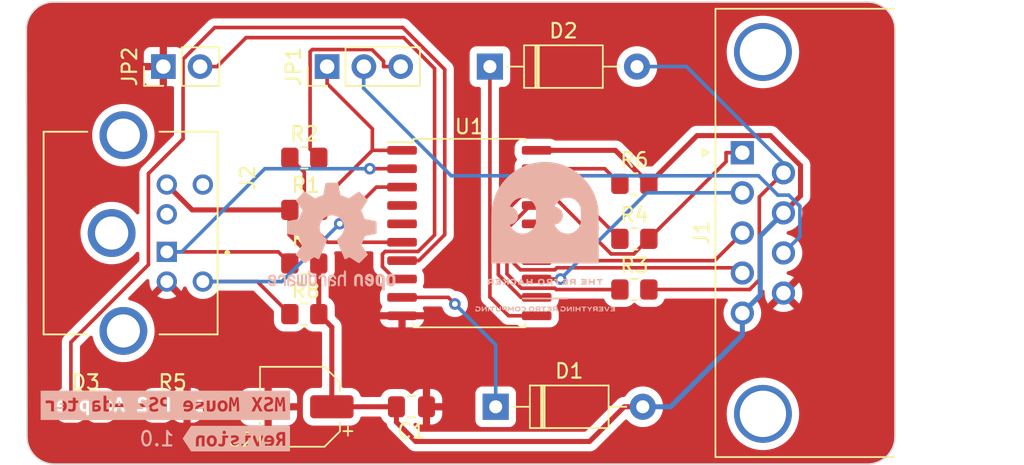
<source format=kicad_pcb>
(kicad_pcb (version 20221018) (generator pcbnew)
  (title_block (title "MSX Mouse PS2 Adapter") (date "2024-01-14") (rev "1.0") (company "Blue Manufatura e Comercio de Eletronicos Ltda") (comment 3 "Created by Cristiano Goncalves") (comment 4 "Based on Mouse Controller for MSX by Caro"))
  (layers (0 "F.Cu" signal) (31 "B.Cu" signal) (34 "B.Paste" user) (35 "F.Paste" user) (36 "B.SilkS" user "B.Silkscreen") (37 "F.SilkS" user "F.Silkscreen") (38 "B.Mask" user) (39 "F.Mask" user) (44 "Edge.Cuts" user))
  (net 0 "")
  (net 1 "GND")
  (net 2 "+5V")
  (net 3 "Net-(D1-K)")
  (net 4 "Net-(D2-K)")
  (net 5 "Net-(D2-A)")
  (net 6 "Net-(D3-K)")
  (net 7 "Net-(D3-A)")
  (net 8 "Net-(U1-PB0)")
  (net 9 "Net-(U1-PB1)")
  (net 10 "Net-(U1-PB2)")
  (net 11 "Net-(U1-PB3)")
  (net 12 "Net-(JP1-C)")
  (net 13 "Net-(U1-PD0)")
  (net 15 "Net-(U1-PD1)")
  (net 17 "Net-(JP1-A)")
  (net 18 "Net-(JP1-B)")
  (net 19 "Net-(JP2-B)")
  (net 20 "Net-(U1-PD2)")
  (net 21 "Net-(U1-PB5)")
  (net 22 "Net-(U1-PB6)")
  (net 23 "Net-(U1-PB7)")
  (footprint "libraries:TE_5749180-1" (layer "F.Cu") (at 120.89 80 -90)
    (fp_text reference "J2" (at -3.8214 -9.38572 90) (layer "F.SilkS") (effects (font (size 1.001134 1.001134))))
    (fp_text value "Mini-DIN-6")
    (pad "1" thru_hole rect (at 1.3 -3.81 270) (size 1.398 1.398) (drill 0.89) (layers "*.Cu" "*.Mask") (net 13 "Net-(U1-PD0)"))
    (pad "2" thru_hole circle (at -1.3 -3.81 270) (size 1.398 1.398) (drill 0.89) (layers "*.Cu" "*.Mask"))
    (pad "3" thru_hole circle (at 3.35 -3.81 270) (size 1.398 1.398) (drill 0.89) (layers "*.Cu" "*.Mask") (net 1 "GND"))
    (pad "4" thru_hole circle (at -3.35 -3.81 270) (size 1.398 1.398) (drill 0.89) (layers "*.Cu" "*.Mask") (net 2 "+5V"))
    (pad "5" thru_hole circle (at 3.35 -6.3 270) (size 1.398 1.398) (drill 0.89) (layers "*.Cu" "*.Mask") (net 15 "Net-(U1-PD1)"))
    (pad "6" thru_hole circle (at -3.35 -6.3 270) (size 1.398 1.398) (drill 0.89) (layers "*.Cu" "*.Mask"))
    (pad "S1" thru_hole circle (at 0 0 270) (size 3.306 3.306) (drill 2.29) (layers "*.Cu" "*.Mask"))
    (pad "S2" thru_hole circle (at -6.76 -0.81 270) (size 3.306 3.306) (drill 2.29) (layers "*.Cu" "*.Mask"))
    (pad "S3" thru_hole circle (at 6.76 -0.81 270) (size 3.306 3.306) (drill 2.29) (layers "*.Cu" "*.Mask"))
  )
  (footprint "Resistor_SMD:R_0805_2012Metric_Pad1.20x1.40mm_HandSolder" (layer "F.Cu") (at 125.1 91.9 180)
    (fp_text reference "R5" (at 0 1.6) (layer "F.SilkS"))
    (fp_text value "2K" hide)
    (pad "1" smd roundrect (at -1 0 180) (size 1.2 1.4) (layers "F.Cu" "F.Paste" "F.Mask") (roundrect_rratio 0.2083333333) (net 1 "GND"))
    (pad "2" smd roundrect (at 1 0 180) (size 1.2 1.4) (layers "F.Cu" "F.Paste" "F.Mask") (roundrect_rratio 0.2083333333) (net 6 "Net-(D3-K)"))
  )
  (footprint "Resistor_SMD:R_0805_2012Metric_Pad1.20x1.40mm_HandSolder" (layer "F.Cu") (at 134.2 85.6 180)
    (fp_text reference "R8" (at -0.1 1.6) (layer "F.SilkS"))
    (fp_text value "4.7K" hide)
    (pad "1" smd roundrect (at -1 0 180) (size 1.2 1.4) (layers "F.Cu" "F.Paste" "F.Mask") (roundrect_rratio 0.2083333333) (net 2 "+5V"))
    (pad "2" smd roundrect (at 1 0 180) (size 1.2 1.4) (layers "F.Cu" "F.Paste" "F.Mask") (roundrect_rratio 0.2083333333) (net 15 "Net-(U1-PD1)"))
  )
  (footprint "Package_SO:SOIC-20W_7.5x12.8mm_P1.27mm" (layer "F.Cu") (at 145.6 80)
    (fp_text reference "U1" (at 0 -7.35) (layer "F.SilkS"))
    (fp_text value "ATtiny2313-20S" hide)
    (pad "1" smd roundrect (at -4.65 -5.715) (size 2.05 0.6) (layers "F.Cu" "F.Paste" "F.Mask") (net 17 "Net-(JP1-A)"))
    (pad "2" smd roundrect (at -4.65 -4.445) (size 2.05 0.6) (layers "F.Cu" "F.Paste" "F.Mask") (net 13 "Net-(U1-PD0)"))
    (pad "3" smd roundrect (at -4.65 -3.175) (size 2.05 0.6) (layers "F.Cu" "F.Paste" "F.Mask") (net 15 "Net-(U1-PD1)"))
    (pad "4" smd roundrect (at -4.65 -1.905) (size 2.05 0.6) (layers "F.Cu" "F.Paste" "F.Mask"))
    (pad "5" smd roundrect (at -4.65 -0.635) (size 2.05 0.6) (layers "F.Cu" "F.Paste" "F.Mask"))
    (pad "6" smd roundrect (at -4.65 0.635) (size 2.05 0.6) (layers "F.Cu" "F.Paste" "F.Mask") (net 20 "Net-(U1-PD2)"))
    (pad "7" smd roundrect (at -4.65 1.905) (size 2.05 0.6) (layers "F.Cu" "F.Paste" "F.Mask") (net 7 "Net-(D3-A)"))
    (pad "8" smd roundrect (at -4.65 3.175) (size 2.05 0.6) (layers "F.Cu" "F.Paste" "F.Mask") (net 19 "Net-(JP2-B)"))
    (pad "9" smd roundrect (at -4.65 4.445) (size 2.05 0.6) (layers "F.Cu" "F.Paste" "F.Mask") (net 3 "Net-(D1-K)"))
    (pad "10" smd roundrect (at -4.65 5.715) (size 2.05 0.6) (layers "F.Cu" "F.Paste" "F.Mask") (net 1 "GND"))
    (pad "11" smd roundrect (at 4.65 5.715) (size 2.05 0.6) (layers "F.Cu" "F.Paste" "F.Mask") (net 4 "Net-(D2-K)"))
    (pad "12" smd roundrect (at 4.65 4.445) (size 2.05 0.6) (layers "F.Cu" "F.Paste" "F.Mask") (net 8 "Net-(U1-PB0)"))
    (pad "13" smd roundrect (at 4.65 3.175) (size 2.05 0.6) (layers "F.Cu" "F.Paste" "F.Mask") (net 9 "Net-(U1-PB1)"))
    (pad "14" smd roundrect (at 4.65 1.905) (size 2.05 0.6) (layers "F.Cu" "F.Paste" "F.Mask") (net 10 "Net-(U1-PB2)"))
    (pad "15" smd roundrect (at 4.65 0.635) (size 2.05 0.6) (layers "F.Cu" "F.Paste" "F.Mask") (net 11 "Net-(U1-PB3)"))
    (pad "16" smd roundrect (at 4.65 -0.635) (size 2.05 0.6) (layers "F.Cu" "F.Paste" "F.Mask"))
    (pad "17" smd roundrect (at 4.65 -1.905) (size 2.05 0.6) (layers "F.Cu" "F.Paste" "F.Mask") (net 21 "Net-(U1-PB5)"))
    (pad "18" smd roundrect (at 4.65 -3.175) (size 2.05 0.6) (layers "F.Cu" "F.Paste" "F.Mask") (net 22 "Net-(U1-PB6)"))
    (pad "19" smd roundrect (at 4.65 -4.445) (size 2.05 0.6) (layers "F.Cu" "F.Paste" "F.Mask") (net 23 "Net-(U1-PB7)"))
    (pad "20" smd roundrect (at 4.65 -5.715) (size 2.05 0.6) (layers "F.Cu" "F.Paste" "F.Mask") (net 2 "+5V"))
  )
  (footprint "Resistor_SMD:R_0805_2012Metric_Pad1.20x1.40mm_HandSolder" (layer "F.Cu") (at 134.2 78.4 180)
    (fp_text reference "R1" (at -0.1 1.7) (layer "F.SilkS"))
    (fp_text value "10K" hide)
    (pad "1" smd roundrect (at -1 0 180) (size 1.2 1.4) (layers "F.Cu" "F.Paste" "F.Mask") (roundrect_rratio 0.2083333333) (net 17 "Net-(JP1-A)"))
    (pad "2" smd roundrect (at 1 0 180) (size 1.2 1.4) (layers "F.Cu" "F.Paste" "F.Mask") (roundrect_rratio 0.2083333333) (net 2 "+5V"))
  )
  (footprint "Capacitor_SMD:C_0805_2012Metric_Pad1.18x1.45mm_HandSolder" (layer "F.Cu") (at 141.6 92 180)
    (fp_text reference "C1" (at 0 -1.68) (layer "F.SilkS"))
    (fp_text value "0.1uF" hide)
    (pad "1" smd roundrect (at -1.0375 0 180) (size 1.175 1.45) (layers "F.Cu" "F.Paste" "F.Mask") (roundrect_rratio 0.2127659574) (net 1 "GND"))
    (pad "2" smd roundrect (at 1.0375 0 180) (size 1.175 1.45) (layers "F.Cu" "F.Paste" "F.Mask") (roundrect_rratio 0.2127659574) (net 2 "+5V"))
  )
  (footprint "Connector_PinHeader_2.54mm:PinHeader_1x02_P2.54mm_Vertical" (layer "F.Cu") (at 124.46 68.5 90)
    (fp_text reference "JP2" (at 0 -2.33 90) (layer "F.SilkS"))
    (fp_text value "Resolution" hide)
    (pad "1" thru_hole rect (at 0 0 90) (size 1.7 1.7) (drill 1) (layers "*.Cu" "*.Mask") (net 1 "GND"))
    (pad "2" thru_hole oval (at 0 2.54 90) (size 1.7 1.7) (drill 1) (layers "*.Cu" "*.Mask") (net 19 "Net-(JP2-B)"))
  )
  (footprint "Resistor_SMD:R_0805_2012Metric_Pad1.20x1.40mm_HandSolder" (layer "F.Cu") (at 157 83.9)
    (fp_text reference "R3" (at 0 -1.65) (layer "F.SilkS"))
    (fp_text value "220" hide)
    (pad "1" smd roundrect (at -1 0) (size 1.2 1.4) (layers "F.Cu" "F.Paste" "F.Mask") (roundrect_rratio 0.2083333333) (net 21 "Net-(U1-PB5)"))
    (pad "2" smd roundrect (at 1 0) (size 1.2 1.4) (layers "F.Cu" "F.Paste" "F.Mask") (roundrect_rratio 0.2083333333) (net 5 "Net-(D2-A)"))
  )
  (footprint "Resistor_SMD:R_0805_2012Metric_Pad1.20x1.40mm_HandSolder" (layer "F.Cu") (at 134.2 74.8)
    (fp_text reference "R2" (at 0 -1.65) (layer "F.SilkS"))
    (fp_text value "220" hide)
    (pad "1" smd roundrect (at -1 0) (size 1.2 1.4) (layers "F.Cu" "F.Paste" "F.Mask") (roundrect_rratio 0.2083333333) (net 20 "Net-(U1-PD2)"))
    (pad "2" smd roundrect (at 1 0) (size 1.2 1.4) (layers "F.Cu" "F.Paste" "F.Mask") (roundrect_rratio 0.2083333333) (net 18 "Net-(JP1-B)"))
  )
  (footprint "Diode_THT:D_A-405_P10.16mm_Horizontal" (layer "F.Cu") (at 147.02 68.5)
    (fp_text reference "D2" (at 5.08 -2.47) (layer "F.SilkS"))
    (fp_text value "1N4148" hide)
    (pad "1" thru_hole rect (at 0 0) (size 1.8 1.8) (drill 0.9) (layers "*.Cu" "*.Mask") (net 4 "Net-(D2-K)"))
    (pad "2" thru_hole oval (at 10.16 0) (size 1.8 1.8) (drill 0.9) (layers "*.Cu" "*.Mask") (net 5 "Net-(D2-A)"))
  )
  (footprint "LED_SMD:LED_0805_2012Metric_Pad1.15x1.40mm_HandSolder" (layer "F.Cu") (at 119.1 91.9 180)
    (fp_text reference "D3" (at 0 1.6) (layer "F.SilkS"))
    (fp_text value "LED" hide)
    (pad "1" smd roundrect (at -1.025 0 180) (size 1.15 1.4) (layers "F.Cu" "F.Paste" "F.Mask") (roundrect_rratio 0.2173913043) (net 6 "Net-(D3-K)"))
    (pad "2" smd roundrect (at 1.025 0 180) (size 1.15 1.4) (layers "F.Cu" "F.Paste" "F.Mask") (roundrect_rratio 0.2173913043) (net 7 "Net-(D3-A)"))
  )
  (footprint "Connector_Dsub:DSUB-9_Female_Horizontal_P2.77x2.84mm_EdgePinOffset7.70mm_Housed_MountingHolesOffset9.12mm" (layer "F.Cu") (at 164.46 74.45 90)
    (fp_text reference "J1" (at -5.54 -2.8 90) (layer "F.SilkS"))
    (fp_text value "DE9_Plug")
    (pad "0" thru_hole circle (at -18.04 1.42 90) (size 4 4) (drill 3.2) (layers "*.Cu" "*.Mask"))
    (pad "0" thru_hole circle (at 6.96 1.42 90) (size 4 4) (drill 3.2) (layers "*.Cu" "*.Mask"))
    (pad "1" thru_hole rect (at 0 0 90) (size 1.6 1.6) (drill 1) (layers "*.Cu" "*.Mask") (net 8 "Net-(U1-PB0)"))
    (pad "2" thru_hole circle (at -2.77 0 90) (size 1.6 1.6) (drill 1) (layers "*.Cu" "*.Mask") (net 9 "Net-(U1-PB1)"))
    (pad "3" thru_hole circle (at -5.54 0 90) (size 1.6 1.6) (drill 1) (layers "*.Cu" "*.Mask") (net 10 "Net-(U1-PB2)"))
    (pad "4" thru_hole circle (at -8.31 0 90) (size 1.6 1.6) (drill 1) (layers "*.Cu" "*.Mask") (net 11 "Net-(U1-PB3)"))
    (pad "5" thru_hole circle (at -11.08 0 90) (size 1.6 1.6) (drill 1) (layers "*.Cu" "*.Mask") (net 2 "+5V"))
    (pad "6" thru_hole circle (at -1.385 2.84 90) (size 1.6 1.6) (drill 1) (layers "*.Cu" "*.Mask") (net 5 "Net-(D2-A)"))
    (pad "7" thru_hole circle (at -4.155 2.84 90) (size 1.6 1.6) (drill 1) (layers "*.Cu" "*.Mask") (net 2 "+5V"))
    (pad "8" thru_hole circle (at -6.925 2.84 90) (size 1.6 1.6) (drill 1) (layers "*.Cu" "*.Mask") (net 12 "Net-(JP1-C)"))
    (pad "9" thru_hole circle (at -9.695 2.84 90) (size 1.6 1.6) (drill 1) (layers "*.Cu" "*.Mask") (net 1 "GND"))
  )
  (footprint "Capacitor_SMD:CP_Elec_5x4.5" (layer "F.Cu") (at 133.9 92 180)
    (fp_text reference "C2" (at 4.1 -2.3) (layer "F.SilkS"))
    (fp_text value "10uF" hide)
    (pad "1" smd roundrect (at -2.2 0 180) (size 3 1.6) (layers "F.Cu" "F.Paste" "F.Mask") (roundrect_rratio 0.15625) (net 2 "+5V"))
    (pad "2" smd roundrect (at 2.2 0 180) (size 3 1.6) (layers "F.Cu" "F.Paste" "F.Mask") (roundrect_rratio 0.15625) (net 1 "GND"))
  )
  (footprint "Resistor_SMD:R_0805_2012Metric_Pad1.20x1.40mm_HandSolder" (layer "F.Cu") (at 157 76.6)
    (fp_text reference "R6" (at 0 -1.65) (layer "F.SilkS"))
    (fp_text value "220" hide)
    (pad "1" smd roundrect (at -1 0) (size 1.2 1.4) (layers "F.Cu" "F.Paste" "F.Mask") (roundrect_rratio 0.2083333333) (net 23 "Net-(U1-PB7)"))
    (pad "2" smd roundrect (at 1 0) (size 1.2 1.4) (layers "F.Cu" "F.Paste" "F.Mask") (roundrect_rratio 0.2083333333) (net 2 "+5V"))
  )
  (footprint "Resistor_SMD:R_0805_2012Metric_Pad1.20x1.40mm_HandSolder" (layer "F.Cu") (at 134.2 82.1 180)
    (fp_text reference "R7" (at -0.1 1.7) (layer "F.SilkS"))
    (fp_text value "4.7K" hide)
    (pad "1" smd roundrect (at -1 0 180) (size 1.2 1.4) (layers "F.Cu" "F.Paste" "F.Mask") (roundrect_rratio 0.2083333333) (net 2 "+5V"))
    (pad "2" smd roundrect (at 1 0 180) (size 1.2 1.4) (layers "F.Cu" "F.Paste" "F.Mask") (roundrect_rratio 0.2083333333) (net 13 "Net-(U1-PD0)"))
  )
  (footprint "Resistor_SMD:R_0805_2012Metric_Pad1.20x1.40mm_HandSolder" (layer "F.Cu") (at 157 80.4)
    (fp_text reference "R4" (at 0 -1.65) (layer "F.SilkS"))
    (fp_text value "220" hide)
    (pad "1" smd roundrect (at -1 0) (size 1.2 1.4) (layers "F.Cu" "F.Paste" "F.Mask") (roundrect_rratio 0.2083333333) (net 22 "Net-(U1-PB6)"))
    (pad "2" smd roundrect (at 1 0) (size 1.2 1.4) (layers "F.Cu" "F.Paste" "F.Mask") (roundrect_rratio 0.2083333333) (net 8 "Net-(U1-PB0)"))
  )
  (footprint "Diode_THT:D_A-405_P10.16mm_Horizontal" (layer "F.Cu") (at 147.42 92)
    (fp_text reference "D1" (at 5.08 -2.47) (layer "F.SilkS"))
    (fp_text value "1N4148" hide)
    (pad "1" thru_hole rect (at 0 0) (size 1.8 1.8) (drill 0.9) (layers "*.Cu" "*.Mask") (net 3 "Net-(D1-K)"))
    (pad "2" thru_hole oval (at 10.16 0) (size 1.8 1.8) (drill 0.9) (layers "*.Cu" "*.Mask") (net 2 "+5V"))
  )
  (footprint "Connector_PinHeader_2.54mm:PinHeader_1x03_P2.54mm_Vertical" (layer "F.Cu") (at 135.775 68.5 90)
    (fp_text reference "JP1" (at 0 -2.33 90) (layer "F.SilkS"))
    (fp_text value "Prog/Work" hide)
    (pad "1" thru_hole rect (at 0 0 90) (size 1.7 1.7) (drill 1) (layers "*.Cu" "*.Mask") (net 17 "Net-(JP1-A)"))
    (pad "2" thru_hole oval (at 0 2.54 90) (size 1.7 1.7) (drill 1) (layers "*.Cu" "*.Mask") (net 12 "Net-(JP1-C)"))
    (pad "3" thru_hole oval (at 0 5.08 90) (size 1.7 1.7) (drill 1) (layers "*.Cu" "*.Mask") (net 18 "Net-(JP1-B)"))
  )
  (footprint "kibuzzard-65A48E58" (layer "B.Cu") (at 124.6 91.9 180)
    (fp_text reference "kibuzzard-65A48E58" hide)
    (fp_text value "G***" hide)
  )
  (footprint "kibuzzard-65A48E6D" (layer "B.Cu") (at 129.5 94.2 180)
    (fp_text reference "kibuzzard-65A48E6D" hide)
    (fp_text value "G***" hide)
  )
  (footprint "libraries:TRH" (layer "B.Cu") (at 150.8 80.2 180)
    (fp_text reference "G***" hide)
    (fp_text value "LOGO" hide)
  )
  (footprint "Symbol:OSHW-Logo2_9.8x8mm_SilkScreen" (layer "B.Cu") (at 136.1 80.243403 180)
    (fp_text reference "REF**" hide)
    (fp_text value "OSHW-Logo2_9.8x8mm_SilkScreen" hide)
  )
  (gr_arc (start 175 94.056497) (mid 174.443503 95.4) (end 173.1 95.956497) (stroke (width 0.1)) (layer "Edge.Cuts"))
  (gr_line (start 116.9 64.043503) (end 173.1 64.043503) (stroke (width 0.1)) (layer "Edge.Cuts"))
  (gr_arc (start 116.943503 95.956497) (mid 115.6 95.4) (end 115.043503 94.056497) (stroke (width 0.1)) (layer "Edge.Cuts"))
  (gr_line (start 115.043503 94.056497) (end 115 65.943503) (stroke (width 0.1)) (layer "Edge.Cuts"))
  (gr_line (start 173.1 95.956497) (end 116.943503 95.956497) (stroke (width 0.1)) (layer "Edge.Cuts"))
  (gr_line (start 175 65.943503) (end 175 94.056497) (stroke (width 0.1)) (layer "Edge.Cuts"))
  (gr_arc (start 173.1 64.043503) (mid 174.443503 64.6) (end 175 65.943503) (stroke (width 0.1)) (layer "Edge.Cuts"))
  (gr_arc (start 115 65.943503) (mid 115.556497 64.6) (end 116.9 64.043503) (stroke (width 0.1)) (layer "Edge.Cuts"))
  (gr_text "1.0" (at 125.3 94.8) (layer "B.SilkS") (effects (font (size 1 1)) (justify left bottom mirror)))
  (segment (start 153.903 94.4) (end 156.303 92) (width 0.35) (layer "F.Cu") (net 2))
  (segment (start 141.9 94.4) (end 153.903 94.4) (width 0.35) (layer "F.Cu") (net 2))
  (segment (start 161.332 73.2677) (end 158 76.6) (width 0.35) (layer "F.Cu") (net 2))
  (segment (start 140.5623 93.0623) (end 141.9 94.4) (width 0.35) (layer "F.Cu") (net 2))
  (segment (start 126.45 78.4) (end 133.2 78.4) (width 0.35) (layer "F.Cu") (net 2))
  (segment (start 167.3 78.605) (end 168.478 77.4266) (width 0.35) (layer "F.Cu") (net 2))
  (segment (start 158 76.6) (end 155.685 74.285) (width 0.35) (layer "F.Cu") (net 2))
  (segment (start 136.1 92) (end 140.562 92) (width 0.35) (layer "F.Cu") (net 2))
  (segment (start 156.303 92) (end 157.58 92) (width 0.35) (layer "F.Cu") (net 2))
  (segment (start 168.478 77.4266) (end 168.478 75.3408) (width 0.35) (layer "F.Cu") (net 2))
  (segment (start 135.2 82.1) (end 133.2 80.1) (width 0.35) (layer "F.Cu") (net 2))
  (segment (start 135.2 85.6) (end 135.2 82.1) (width 0.35) (layer "F.Cu") (net 2))
  (segment (start 124.7 76.65) (end 126.45 78.4) (width 0.35) (layer "F.Cu") (net 2))
  (segment (start 155.685 74.285) (end 150.25 74.285) (width 0.35) (layer "F.Cu") (net 2))
  (segment (start 136.1 92) (end 136.1 86.5) (width 0.35) (layer "F.Cu") (net 2))
  (segment (start 136.1 86.5) (end 135.2 85.6) (width 0.35) (layer "F.Cu") (net 2))
  (segment (start 133.2 80.1) (end 133.2 78.4) (width 0.35) (layer "F.Cu") (net 2))
  (segment (start 166.405 73.2677) (end 161.332 73.2677) (width 0.35) (layer "F.Cu") (net 2))
  (segment (start 140.5623 92.0002) (end 140.5623 93.0623) (width 0.35) (layer "F.Cu") (net 2))
  (segment (start 140.5625 92) (end 140.5623 92.0002) (width 0.35) (layer "F.Cu") (net 2))
  (segment (start 140.562 92) (end 140.5623 92.0002) (width 0.35) (layer "F.Cu") (net 2))
  (segment (start 168.478 75.3408) (end 166.405 73.2677) (width 0.35) (layer "F.Cu") (net 2))
  (segment (start 165.696 84.2935) (end 165.696 80.2085) (width 0.35) (layer "B.Cu") (net 2))
  (segment (start 164.46 85.53) (end 165.696 84.2935) (width 0.35) (layer "B.Cu") (net 2))
  (segment (start 164.46 87.04) (end 164.46 85.53) (width 0.35) (layer "B.Cu") (net 2))
  (segment (start 159.5 92) (end 164.46 87.04) (width 0.35) (layer "B.Cu") (net 2))
  (segment (start 165.696 80.2085) (end 167.3 78.605) (width 0.35) (layer "B.Cu") (net 2))
  (segment (start 157.58 92) (end 159.5 92) (width 0.35) (layer "B.Cu") (net 2))
  (segment (start 140.95 84.445) (end 144.145 84.445) (width 0.25) (layer "F.Cu") (net 3))
  (segment (start 144.145 84.445) (end 144.6 84.9) (width 0.25) (layer "F.Cu") (net 3))
  (via (at 144.6 84.9) (size 0.8) (drill 0.4) (layers "F.Cu" "B.Cu") (net 3))
  (segment (start 147.42 87.72) (end 147.42 92) (width 0.25) (layer "B.Cu") (net 3))
  (segment (start 144.6 84.9) (end 147.42 87.72) (width 0.25) (layer "B.Cu") (net 3))
  (segment (start 147.02 68.5) (end 147.02 84.42) (width 0.25) (layer "F.Cu") (net 4))
  (segment (start 147.02 84.42) (end 148.315 85.715) (width 0.25) (layer "F.Cu") (net 4))
  (segment (start 148.315 85.715) (end 150.25 85.715) (width 0.25) (layer "F.Cu") (net 4))
  (segment (start 165.63 83.2315) (end 164.962 83.9) (width 0.25) (layer "F.Cu") (net 5))
  (segment (start 164.962 83.9) (end 158 83.9) (width 0.25) (layer "F.Cu") (net 5))
  (segment (start 167.3 75.835) (end 165.63 77.5045) (width 0.25) (layer "F.Cu") (net 5))
  (segment (start 165.63 77.5045) (end 165.63 83.2315) (width 0.25) (layer "F.Cu") (net 5))
  (segment (start 167.3 75.1973) (end 167.3 75.835) (width 0.25) (layer "B.Cu") (net 5))
  (segment (start 160.603 68.5) (end 167.3 75.1973) (width 0.25) (layer "B.Cu") (net 5))
  (segment (start 157.18 68.5) (end 160.603 68.5) (width 0.25) (layer "B.Cu") (net 5))
  (segment (start 120.125 91.9) (end 124.1 91.9) (width 0.25) (layer "F.Cu") (net 6))
  (segment (start 123.431 82.1868) (end 123.431 75.889) (width 0.25) (layer "F.Cu") (net 7))
  (segment (start 142.107 81.905) (end 140.95 81.905) (width 0.25) (layer "F.Cu") (net 7))
  (segment (start 123.431 75.889) (end 125.823 73.4975) (width 0.25) (layer "F.Cu") (net 7))
  (segment (start 118.075 91.9) (end 118.075 87.5431) (width 0.25) (layer "F.Cu") (net 7))
  (segment (start 128.0104 65.8) (end 141 65.8) (width 0.25) (layer "F.Cu") (net 7))
  (segment (start 125.823 67.9874) (end 128.0104 65.8) (width 0.25) (layer "F.Cu") (net 7))
  (segment (start 143.9 80.112) (end 142.107 81.905) (width 0.25) (layer "F.Cu") (net 7))
  (segment (start 141 65.8) (end 143.9 68.7) (width 0.25) (layer "F.Cu") (net 7))
  (segment (start 118.075 87.5431) (end 123.431 82.1868) (width 0.25) (layer "F.Cu") (net 7))
  (segment (start 125.823 73.4975) (end 125.823 67.9874) (width 0.25) (layer "F.Cu") (net 7))
  (segment (start 143.9 68.7) (end 143.9 80.112) (width 0.25) (layer "F.Cu") (net 7))
  (segment (start 164.46 74.45) (end 163.333 74.45) (width 0.25) (layer "F.Cu") (net 8))
  (segment (start 150.25 84.445) (end 149.172 84.445) (width 0.25) (layer "F.Cu") (net 8))
  (segment (start 147.6 82.873) (end 147.6 79.024) (width 0.25) (layer "F.Cu") (net 8))
  (segment (start 163.333 74.45) (end 163.333 75.0669) (width 0.25) (layer "F.Cu") (net 8))
  (segment (start 151.411 77.46) (end 155.391 81.4405) (width 0.25) (layer "F.Cu") (net 8))
  (segment (start 149.172 84.445) (end 147.6 82.873) (width 0.25) (layer "F.Cu") (net 8))
  (segment (start 163.333 75.0669) (end 158 80.4) (width 0.25) (layer "F.Cu") (net 8))
  (segment (start 156.96 81.4405) (end 158 80.4) (width 0.25) (layer "F.Cu") (net 8))
  (segment (start 149.164 77.46) (end 151.411 77.46) (width 0.25) (layer "F.Cu") (net 8))
  (segment (start 155.391 81.4405) (end 156.96 81.4405) (width 0.25) (layer "F.Cu") (net 8))
  (segment (start 147.6 79.024) (end 149.164 77.46) (width 0.25) (layer "F.Cu") (net 8))
  (segment (start 150.25 83.175) (end 151.9 83.175) (width 0.25) (layer "F.Cu") (net 9))
  (via (at 151.9 83.175) (size 0.8) (drill 0.4) (layers "F.Cu" "B.Cu") (net 9))
  (segment (start 164.46 77.22) (end 157.855 77.22) (width 0.25) (layer "B.Cu") (net 9))
  (segment (start 157.855 77.22) (end 151.9 83.175) (width 0.25) (layer "B.Cu") (net 9))
  (segment (start 162.545 81.905) (end 150.25 81.905) (width 0.25) (layer "F.Cu") (net 10))
  (segment (start 164.46 79.99) (end 162.545 81.905) (width 0.25) (layer "F.Cu") (net 10))
  (segment (start 148.7 82.109) (end 148.7 81.1) (width 0.25) (layer "F.Cu") (net 11))
  (segment (start 149.165 80.635) (end 150.25 80.635) (width 0.25) (layer "F.Cu") (net 11))
  (segment (start 151.647 82.4) (end 151.507 82.54) (width 0.25) (layer "F.Cu") (net 11))
  (segment (start 149.131 82.54) (end 148.7 82.109) (width 0.25) (layer "F.Cu") (net 11))
  (segment (start 164.1 82.4) (end 151.647 82.4) (width 0.25) (layer "F.Cu") (net 11))
  (segment (start 164.46 82.76) (end 164.1 82.4) (width 0.25) (layer "F.Cu") (net 11))
  (segment (start 151.507 82.54) (end 149.131 82.54) (width 0.25) (layer "F.Cu") (net 11))
  (segment (start 148.7 81.1) (end 149.165 80.635) (width 0.25) (layer "F.Cu") (net 11))
  (segment (start 138.3 70) (end 144.3423 76.0423) (width 0.25) (layer "B.Cu") (net 12))
  (segment (start 168.434 80.2413) (end 167.3 81.375) (width 0.25) (layer "B.Cu") (net 12))
  (segment (start 165.578 76.0423) (end 166.915 77.3793) (width 0.25) (layer "B.Cu") (net 12))
  (segment (start 144.3423 76.0423) (end 165.578 76.0423) (width 0.25) (layer "B.Cu") (net 12))
  (segment (start 166.915 77.3793) (end 167.668 77.3793) (width 0.25) (layer "B.Cu") (net 12))
  (segment (start 138.315 68.5) (end 138.3 68.515) (width 0.25) (layer "B.Cu") (net 12))
  (segment (start 168.434 78.145) (end 168.434 80.2413) (width 0.25) (layer "B.Cu") (net 12))
  (segment (start 167.668 77.3793) (end 168.434 78.145) (width 0.25) (layer "B.Cu") (net 12))
  (segment (start 138.3 68.515) (end 138.3 70) (width 0.25) (layer "B.Cu") (net 12))
  (segment (start 124.7 81.3) (end 132.4 81.3) (width 0.25) (layer "F.Cu") (net 13))
  (segment (start 138.725 75.555) (end 140.95 75.555) (width 0.25) (layer "F.Cu") (net 13))
  (segment (start 132.4 81.3) (end 133.2 82.1) (width 0.25) (layer "F.Cu") (net 13))
  (via (at 138.725 75.555) (size 0.8) (drill 0.4) (layers "F.Cu" "B.Cu") (net 13))
  (segment (start 125.726 81.3) (end 131.471 75.555) (width 0.25) (layer "B.Cu") (net 13))
  (segment (start 124.7 81.3) (end 125.726 81.3) (width 0.25) (layer "B.Cu") (net 13))
  (segment (start 131.471 75.555) (end 138.725 75.555) (width 0.25) (layer "B.Cu") (net 13))
  (segment (start 139.176 76.825) (end 140.95 76.825) (width 0.25) (layer "F.Cu") (net 15))
  (segment (start 136.646 79.3551) (end 139.176 76.825) (width 0.25) (layer "F.Cu") (net 15))
  (segment (start 127.19 83.35) (end 130.95 83.35) (width 0.25) (layer "F.Cu") (net 15))
  (segment (start 130.95 83.35) (end 133.2 85.6) (width 0.25) (layer "F.Cu") (net 15))
  (via (at 136.646 79.3551) (size 0.8) (drill 0.4) (layers "F.Cu" "B.Cu") (net 15))
  (segment (start 132.651 83.35) (end 136.646 79.3551) (width 0.25) (layer "B.Cu") (net 15))
  (segment (start 127.19 83.35) (end 132.651 83.35) (width 0.25) (layer "B.Cu") (net 15))
  (segment (start 140.95 74.285) (end 138.899 74.285) (width 0.25) (layer "F.Cu") (net 17))
  (segment (start 138.899 74.285) (end 135.2 77.9838) (width 0.25) (layer "F.Cu") (net 17))
  (segment (start 138.899 72.8007) (end 135.775 69.6769) (width 0.25) (layer "F.Cu") (net 17))
  (segment (start 135.2 77.9838) (end 135.2 78.4) (width 0.25) (layer "F.Cu") (net 17))
  (segment (start 138.899 74.285) (end 138.899 72.8007) (width 0.25) (layer "F.Cu") (net 17))
  (segment (start 135.775 69.6769) (end 135.775 68.5) (width 0.25) (layer "F.Cu") (net 17))
  (segment (start 139.678 68.1321) (end 138.869 67.3231) (width 0.25) (layer "F.Cu") (net 18))
  (segment (start 134.598 74.1981) (end 135.2 74.8) (width 0.25) (layer "F.Cu") (net 18))
  (segment (start 139.678 68.5) (end 139.678 68.1321) (width 0.25) (layer "F.Cu") (net 18))
  (segment (start 134.748 67.3231) (end 134.598 67.4728) (width 0.25) (layer "F.Cu") (net 18))
  (segment (start 140.855 68.5) (end 139.678 68.5) (width 0.25) (layer "F.Cu") (net 18))
  (segment (start 138.869 67.3231) (end 134.748 67.3231) (width 0.25) (layer "F.Cu") (net 18))
  (segment (start 134.598 67.4728) (end 134.598 74.1981) (width 0.25) (layer "F.Cu") (net 18))
  (segment (start 143.2 80.135) (end 142.065 81.27) (width 0.25) (layer "F.Cu") (net 19))
  (segment (start 128.177 68.5) (end 130.177 66.5) (width 0.25) (layer "F.Cu") (net 19))
  (segment (start 140.451 83.175) (end 140.95 83.175) (width 0.25) (layer "F.Cu") (net 19))
  (segment (start 130.177 66.5) (end 141.063604 66.5) (width 0.25) (layer "F.Cu") (net 19))
  (segment (start 141.063604 66.5) (end 143.2 68.636396) (width 0.25) (layer "F.Cu") (net 19))
  (segment (start 143.2 68.636396) (end 143.2 80.135) (width 0.25) (layer "F.Cu") (net 19))
  (segment (start 142.065 81.27) (end 139.788 81.27) (width 0.25) (layer "F.Cu") (net 19))
  (segment (start 139.595 81.4634) (end 139.595 82.3187) (width 0.25) (layer "F.Cu") (net 19))
  (segment (start 139.788 81.27) (end 139.595 81.4634) (width 0.25) (layer "F.Cu") (net 19))
  (segment (start 127 68.5) (end 128.177 68.5) (width 0.25) (layer "F.Cu") (net 19))
  (segment (start 139.595 82.3187) (end 140.451 83.175) (width 0.25) (layer "F.Cu") (net 19))
  (segment (start 134.2 75.8) (end 134.2 79.0244) (width 0.25) (layer "F.Cu") (net 20))
  (segment (start 134.2 79.0244) (end 135.811 80.635) (width 0.25) (layer "F.Cu") (net 20))
  (segment (start 135.811 80.635) (end 140.95 80.635) (width 0.25) (layer "F.Cu") (net 20))
  (segment (start 133.2 74.8) (end 134.2 75.8) (width 0.25) (layer "F.Cu") (net 20))
  (segment (start 151.599 83.9019) (end 155.998 83.9019) (width 0.25) (layer "F.Cu") (net 21))
  (segment (start 155.998 83.9019) (end 156 83.9) (width 0.25) (layer "F.Cu") (net 21))
  (segment (start 149.185 83.81) (end 151.507 83.81) (width 0.25) (layer "F.Cu") (net 21))
  (segment (start 148.2 82.825) (end 149.185 83.81) (width 0.25) (layer "F.Cu") (net 21))
  (segment (start 149.815 78.095) (end 148.2 79.71) (width 0.25) (layer "F.Cu") (net 21))
  (segment (start 150.25 78.095) (end 149.815 78.095) (width 0.25) (layer "F.Cu") (net 21))
  (segment (start 148.2 79.71) (end 148.2 82.825) (width 0.25) (layer "F.Cu") (net 21))
  (segment (start 151.507 83.81) (end 151.599 83.9019) (width 0.25) (layer "F.Cu") (net 21))
  (segment (start 156 80.4) (end 152.425 76.825) (width 0.25) (layer "F.Cu") (net 22))
  (segment (start 152.425 76.825) (end 150.25 76.825) (width 0.25) (layer "F.Cu") (net 22))
  (segment (start 154.955 75.555) (end 150.25 75.555) (width 0.25) (layer "F.Cu") (net 23))
  (segment (start 156 76.6) (end 154.955 75.555) (width 0.25) (layer "F.Cu") (net 23))
  (zone (net 1) (net_name "GND") (layer "F.Cu") (connect_pads (clearance 0.5)) (min_thickness 0.25) (fill yes (thermal_gap 0.5) (thermal_bridge_width 0.5))
    (polygon (pts (xy 114.9 63.9) (xy 175 63.9) (xy 175 96) (xy 115 96)))
  )
)
</source>
